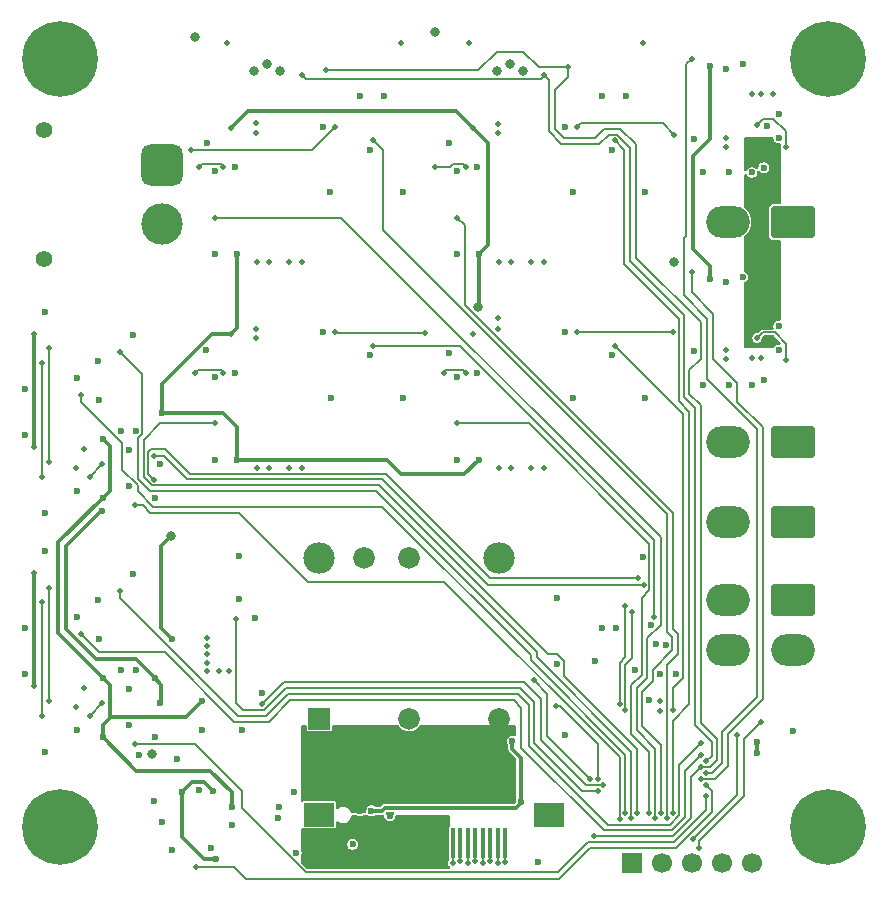
<source format=gbr>
%TF.GenerationSoftware,KiCad,Pcbnew,9.0.6*%
%TF.CreationDate,2026-01-08T13:40:23-08:00*%
%TF.ProjectId,vrb,7672622e-6b69-4636-9164-5f7063625858,rev?*%
%TF.SameCoordinates,Original*%
%TF.FileFunction,Copper,L6,Bot*%
%TF.FilePolarity,Positive*%
%FSLAX46Y46*%
G04 Gerber Fmt 4.6, Leading zero omitted, Abs format (unit mm)*
G04 Created by KiCad (PCBNEW 9.0.6) date 2026-01-08 13:40:23*
%MOMM*%
%LPD*%
G01*
G04 APERTURE LIST*
G04 Aperture macros list*
%AMRoundRect*
0 Rectangle with rounded corners*
0 $1 Rounding radius*
0 $2 $3 $4 $5 $6 $7 $8 $9 X,Y pos of 4 corners*
0 Add a 4 corners polygon primitive as box body*
4,1,4,$2,$3,$4,$5,$6,$7,$8,$9,$2,$3,0*
0 Add four circle primitives for the rounded corners*
1,1,$1+$1,$2,$3*
1,1,$1+$1,$4,$5*
1,1,$1+$1,$6,$7*
1,1,$1+$1,$8,$9*
0 Add four rect primitives between the rounded corners*
20,1,$1+$1,$2,$3,$4,$5,0*
20,1,$1+$1,$4,$5,$6,$7,0*
20,1,$1+$1,$6,$7,$8,$9,0*
20,1,$1+$1,$8,$9,$2,$3,0*%
G04 Aperture macros list end*
%TA.AperFunction,SMDPad,CuDef*%
%ADD10R,0.350000X2.500000*%
%TD*%
%TA.AperFunction,SMDPad,CuDef*%
%ADD11R,2.500000X2.000000*%
%TD*%
%TA.AperFunction,ComponentPad*%
%ADD12C,2.655000*%
%TD*%
%TA.AperFunction,ComponentPad*%
%ADD13C,1.830000*%
%TD*%
%TA.AperFunction,ComponentPad*%
%ADD14R,1.830000X1.830000*%
%TD*%
%TA.AperFunction,ComponentPad*%
%ADD15O,3.700000X2.700000*%
%TD*%
%TA.AperFunction,ComponentPad*%
%ADD16RoundRect,0.250001X-1.599999X1.099999X-1.599999X-1.099999X1.599999X-1.099999X1.599999X1.099999X0*%
%TD*%
%TA.AperFunction,ComponentPad*%
%ADD17C,0.800000*%
%TD*%
%TA.AperFunction,ComponentPad*%
%ADD18C,6.400000*%
%TD*%
%TA.AperFunction,ComponentPad*%
%ADD19R,1.700000X1.700000*%
%TD*%
%TA.AperFunction,ComponentPad*%
%ADD20C,1.700000*%
%TD*%
%TA.AperFunction,ComponentPad*%
%ADD21C,1.400000*%
%TD*%
%TA.AperFunction,ComponentPad*%
%ADD22RoundRect,0.770000X0.980000X-0.980000X0.980000X0.980000X-0.980000X0.980000X-0.980000X-0.980000X0*%
%TD*%
%TA.AperFunction,ComponentPad*%
%ADD23C,3.500000*%
%TD*%
%TA.AperFunction,ViaPad*%
%ADD24C,0.600000*%
%TD*%
%TA.AperFunction,ViaPad*%
%ADD25C,0.500000*%
%TD*%
%TA.AperFunction,ViaPad*%
%ADD26C,0.800000*%
%TD*%
%TA.AperFunction,Conductor*%
%ADD27C,0.350000*%
%TD*%
%TA.AperFunction,Conductor*%
%ADD28C,0.150000*%
%TD*%
%TA.AperFunction,Conductor*%
%ADD29C,0.300000*%
%TD*%
%TA.AperFunction,Conductor*%
%ADD30C,0.200000*%
%TD*%
G04 APERTURE END LIST*
D10*
%TO.P,J12,1,Pin_1*%
%TO.N,GND*%
X103618610Y-126650000D03*
%TO.P,J12,2,Pin_2*%
X104253610Y-126650000D03*
%TO.P,J12,3,Pin_3*%
X104888610Y-126650000D03*
%TO.P,J12,4,Pin_4*%
X105523610Y-126650000D03*
%TO.P,J12,5,Pin_5*%
X106158610Y-126650000D03*
%TO.P,J12,6,Pin_6*%
X106793610Y-126650000D03*
%TO.P,J12,7,Pin_7*%
X107428610Y-126650000D03*
%TO.P,J12,8,Pin_8*%
X108063610Y-126650000D03*
%TO.P,J12,9,Pin_9*%
X108698610Y-126650000D03*
%TO.P,J12,10,Pin_10*%
X109333610Y-126650000D03*
%TO.P,J12,11,Pin_11*%
X109968610Y-126650000D03*
%TO.P,J12,12,Pin_12*%
X110603610Y-126650000D03*
%TO.P,J12,13,Pin_13*%
X111238610Y-126650000D03*
%TO.P,J12,14,Pin_14*%
X111873610Y-126650000D03*
%TO.P,J12,15,Pin_15*%
X112508610Y-126650000D03*
%TO.P,J12,16,Pin_16*%
X113143610Y-126650000D03*
%TO.P,J12,17,Pin_17*%
X113778610Y-126650000D03*
%TO.P,J12,18,Pin_18*%
X114413610Y-126650000D03*
%TO.P,J12,19,Pin_19*%
X115048610Y-126650000D03*
%TO.P,J12,20,Pin_20*%
X115683610Y-126650000D03*
%TO.P,J12,21,Pin_21*%
%TO.N,+BATT*%
X103618610Y-131350000D03*
%TO.P,J12,22,Pin_22*%
X104253610Y-131350000D03*
%TO.P,J12,23,Pin_23*%
X104888610Y-131350000D03*
%TO.P,J12,24,Pin_24*%
X105523610Y-131350000D03*
%TO.P,J12,25,Pin_25*%
X106158610Y-131350000D03*
%TO.P,J12,26,Pin_26*%
X106793610Y-131350000D03*
%TO.P,J12,27,Pin_27*%
X107428610Y-131350000D03*
%TO.P,J12,28,Pin_28*%
X108063610Y-131350000D03*
%TO.P,J12,29,Pin_29*%
X108698610Y-131350000D03*
%TO.P,J12,30,Pin_30*%
X109333610Y-131350000D03*
%TO.P,J12,31,Pin_31*%
X109968610Y-131350000D03*
%TO.P,J12,32,Pin_32*%
X110603610Y-131350000D03*
%TO.P,J12,33,Pin_33*%
%TO.N,/IESC1*%
X111238610Y-131350000D03*
%TO.P,J12,34,Pin_34*%
%TO.N,/IESC2*%
X111873610Y-131350000D03*
%TO.P,J12,35,Pin_35*%
%TO.N,/IESC3*%
X112508610Y-131350000D03*
%TO.P,J12,36,Pin_36*%
%TO.N,/IESC4*%
X113143610Y-131350000D03*
%TO.P,J12,37,Pin_37*%
%TO.N,/IPAYLOAD*%
X113778610Y-131350000D03*
%TO.P,J12,38,Pin_38*%
%TO.N,/RESV0*%
X114413610Y-131350000D03*
%TO.P,J12,39,Pin_39*%
%TO.N,/RESV1*%
X115048610Y-131350000D03*
%TO.P,J12,40,Pin_40*%
%TO.N,/RESV2*%
X115683610Y-131350000D03*
D11*
%TO.P,J12,P1*%
%TO.N,N/C*%
X99916130Y-129000000D03*
%TO.P,J12,P2*%
X119386090Y-129000000D03*
%TD*%
D12*
%TO.P,U12,8,VOUT+*%
%TO.N,/Compute Module Domain/ISENSE+*%
X99931474Y-107250000D03*
D13*
%TO.P,U12,7,SENSE*%
X103741474Y-107250000D03*
%TO.P,U12,6,TRIM*%
%TO.N,Net-(U12-TRIM)*%
X107551474Y-107250000D03*
D12*
%TO.P,U12,4,VOUT-*%
%TO.N,Net-(U12-VOUT-)*%
X115171474Y-107250000D03*
D13*
%TO.P,U12,3,VIN-*%
%TO.N,GND*%
X115171474Y-120850000D03*
%TO.P,U12,2,ON*%
%TO.N,/CM_EN*%
X107551474Y-120850000D03*
D14*
%TO.P,U12,1,VIN+*%
%TO.N,+BATT*%
X99931474Y-120850000D03*
%TD*%
D15*
%TO.P,J3,2,Pin_2*%
%TO.N,/Telemetry Radio/VOUT*%
X134500000Y-97450000D03*
D16*
%TO.P,J3,1,Pin_1*%
%TO.N,GND*%
X140000000Y-97450000D03*
%TD*%
%TO.P,J13,1,Pin_1*%
%TO.N,/RADAR_VOUT*%
X140000000Y-104200000D03*
D15*
%TO.P,J13,2,Pin_2*%
%TO.N,GND*%
X134500000Y-104200000D03*
%TD*%
D16*
%TO.P,J10,1,Pin_1*%
%TO.N,/CM_VOUT*%
X140000000Y-110819758D03*
D15*
%TO.P,J10,2,Pin_2*%
X140000000Y-115019758D03*
%TO.P,J10,3,Pin_3*%
%TO.N,GND*%
X134500000Y-110819758D03*
%TO.P,J10,4,Pin_4*%
X134500000Y-115019758D03*
%TD*%
%TO.P,J4,2,Pin_2*%
%TO.N,/RC Radio/VOUT*%
X134500000Y-78800000D03*
D16*
%TO.P,J4,1,Pin_1*%
%TO.N,GND*%
X140000000Y-78800000D03*
%TD*%
D17*
%TO.P,H3,1,1*%
%TO.N,GND*%
X140600000Y-130000000D03*
X141302944Y-128302944D03*
X141302944Y-131697056D03*
X143000000Y-127600000D03*
D18*
X143000000Y-130000000D03*
D17*
X143000000Y-132400000D03*
X144697056Y-128302944D03*
X144697056Y-131697056D03*
X145400000Y-130000000D03*
%TD*%
%TO.P,H1,1,1*%
%TO.N,GND*%
X75600000Y-65000000D03*
X76302944Y-63302944D03*
X76302944Y-66697056D03*
X78000000Y-62600000D03*
D18*
X78000000Y-65000000D03*
D17*
X78000000Y-67400000D03*
X79697056Y-63302944D03*
X79697056Y-66697056D03*
X80400000Y-65000000D03*
%TD*%
D19*
%TO.P,J8,1,Pin_1*%
%TO.N,+3V3*%
X126420000Y-133100000D03*
D20*
%TO.P,J8,2,Pin_2*%
%TO.N,/USART1_TX_DEBUG*%
X128960000Y-133100000D03*
%TO.P,J8,3,Pin_3*%
%TO.N,/SWDIO*%
X131500000Y-133100000D03*
%TO.P,J8,4,Pin_4*%
%TO.N,/SWCLK*%
X134040000Y-133100000D03*
%TO.P,J8,5,Pin_5*%
%TO.N,GND*%
X136580000Y-133100000D03*
%TD*%
D17*
%TO.P,H2,1,1*%
%TO.N,GND*%
X140600000Y-65000000D03*
X141302944Y-63302944D03*
X141302944Y-66697056D03*
X143000000Y-62600000D03*
D18*
X143000000Y-65000000D03*
D17*
X143000000Y-67400000D03*
X144697056Y-63302944D03*
X144697056Y-66697056D03*
X145400000Y-65000000D03*
%TD*%
D21*
%TO.P,J11,*%
%TO.N,*%
X76600000Y-81976750D03*
X76600000Y-70976750D03*
D22*
%TO.P,J11,1,Pin_1*%
%TO.N,+BATT*%
X86600000Y-73976750D03*
D23*
%TO.P,J11,2,Pin_2*%
%TO.N,GND*%
X86600000Y-78976750D03*
%TD*%
D17*
%TO.P,H4,1,1*%
%TO.N,GND*%
X75600000Y-130000000D03*
X76302944Y-128302944D03*
X76302944Y-131697056D03*
X78000000Y-127600000D03*
D18*
X78000000Y-130000000D03*
D17*
X78000000Y-132400000D03*
X79697056Y-128302944D03*
X79697056Y-131697056D03*
X80400000Y-130000000D03*
%TD*%
D24*
%TO.N,GND*%
X127301000Y-107200000D03*
X134600000Y-92625000D03*
X134400000Y-83850000D03*
X135800000Y-83450000D03*
X138825000Y-89670000D03*
X132450000Y-92625000D03*
X138825000Y-87645000D03*
X137549277Y-92209964D03*
X136550000Y-92625000D03*
X131650000Y-89750000D03*
%TO.N,+3V3*%
X133050000Y-83620000D03*
D25*
%TO.N,/RADIO_VOUT*%
X137300000Y-86000000D03*
X136600000Y-86000000D03*
X138350000Y-86000000D03*
D24*
X137850000Y-88700000D03*
D25*
%TO.N,/RADAR_VOUT*%
X136600000Y-90350000D03*
X137300000Y-90350000D03*
%TO.N,/Telemetry Radio/VOUT*%
X134400000Y-90400000D03*
X134400000Y-89650000D03*
%TO.N,/TELEM_STATUS*%
X131450000Y-83000000D03*
%TO.N,/Telemetry Radio/OV2*%
X136997118Y-88613234D03*
X139425000Y-90450000D03*
D24*
%TO.N,GND*%
X91125000Y-98950000D03*
X98000000Y-132200000D03*
D25*
X97375000Y-82200000D03*
D26*
X94400000Y-66000000D03*
D24*
X79380000Y-92006000D03*
D25*
X117875000Y-82200000D03*
D24*
X104225000Y-90100000D03*
X76686842Y-123686000D03*
X120755000Y-88150000D03*
D26*
X108400000Y-122600000D03*
X107000000Y-122600000D03*
D24*
X76686842Y-106650000D03*
D25*
X118975000Y-99600000D03*
D26*
X102200000Y-126200000D03*
D24*
X93400000Y-121850000D03*
X93100000Y-110750000D03*
X127850000Y-119300000D03*
X92770000Y-74150000D03*
X91125000Y-81550000D03*
D26*
X102200000Y-127200000D03*
D25*
X79986842Y-118236000D03*
D26*
X102800000Y-122600000D03*
D24*
X79380000Y-121850000D03*
X134400000Y-65837500D03*
D25*
X117875000Y-99600000D03*
D24*
X128450000Y-114500000D03*
X83780000Y-98106000D03*
X81180000Y-90556000D03*
X125050000Y-113200000D03*
X85950000Y-127850000D03*
D26*
X100800000Y-127200000D03*
D25*
X98475000Y-82200000D03*
D26*
X104200000Y-122600000D03*
D24*
X127550000Y-76300000D03*
D25*
X79337176Y-119900000D03*
D24*
X113270000Y-74150000D03*
D26*
X111200000Y-122600000D03*
D24*
X91125000Y-91900000D03*
X74986842Y-92942000D03*
X92770000Y-91550000D03*
X102750000Y-131500000D03*
X113270000Y-91550000D03*
X128777834Y-117075000D03*
X121400000Y-76300000D03*
X103400000Y-128650000D03*
D26*
X116100000Y-65400000D03*
D24*
X111625000Y-74500000D03*
X85980000Y-122400000D03*
X118462500Y-132950000D03*
D26*
X114000000Y-122600000D03*
D24*
X124725000Y-72700000D03*
X81180000Y-110800000D03*
X95076474Y-118650000D03*
D26*
X99400000Y-127200000D03*
D24*
X134600000Y-74612500D03*
X111625000Y-98950000D03*
X129250000Y-114600000D03*
X128000000Y-112900000D03*
D26*
X96600000Y-66000000D03*
D24*
X81280000Y-114100000D03*
X110900000Y-89875000D03*
X85980000Y-102156000D03*
X123300000Y-116000000D03*
X74986842Y-113186000D03*
X92500000Y-129900000D03*
X127550000Y-93700000D03*
X87500000Y-131950000D03*
X100800000Y-76300000D03*
X81280000Y-93856000D03*
X96400000Y-129300000D03*
D26*
X109800000Y-122600000D03*
D24*
X121400000Y-93700000D03*
X104225000Y-72700000D03*
X137549277Y-74197464D03*
D25*
X92125000Y-63650000D03*
X79986842Y-97992000D03*
D24*
X120755000Y-70750000D03*
X90000000Y-121800000D03*
D26*
X89400000Y-63100000D03*
D25*
X97375000Y-99600000D03*
D24*
X91125000Y-74500000D03*
X130100000Y-117100000D03*
X83180000Y-116750000D03*
X135800000Y-65437500D03*
D25*
X118975000Y-82200000D03*
D24*
X107000000Y-76300000D03*
X94500000Y-112350000D03*
D26*
X117200000Y-66000000D03*
D24*
X76686842Y-86406000D03*
X93100000Y-107100000D03*
D25*
X98475000Y-99600000D03*
D24*
X79380000Y-112250000D03*
X111625000Y-91900000D03*
X90400000Y-72100000D03*
X83780000Y-118350000D03*
X120082174Y-116198290D03*
X90775000Y-131800000D03*
X105900000Y-129100000D03*
X124725000Y-90100000D03*
X97750000Y-127050000D03*
D26*
X112600000Y-122600000D03*
D24*
X83780000Y-101156000D03*
D26*
X99400000Y-126200000D03*
D24*
X76686842Y-103442000D03*
X136550000Y-74612500D03*
X84380000Y-116750000D03*
X138825000Y-69632500D03*
D26*
X95500000Y-65400000D03*
D24*
X90377298Y-89677298D03*
X89785000Y-126900000D03*
D26*
X105600000Y-122600000D03*
D25*
X79337176Y-99656000D03*
D24*
X107050000Y-93700000D03*
X74986842Y-96842000D03*
X132450000Y-74612500D03*
D26*
X115000000Y-66000000D03*
X109700000Y-62700000D03*
D24*
X111625000Y-81550000D03*
X74986842Y-117086000D03*
X100255000Y-88150000D03*
X84160000Y-108598254D03*
X100900000Y-93700000D03*
X100255000Y-70750000D03*
X79380000Y-101606000D03*
X131650000Y-71737500D03*
X140000000Y-121900000D03*
X126650000Y-116700000D03*
X110900000Y-72100000D03*
X84160000Y-88354254D03*
D26*
X100800000Y-126200000D03*
D24*
X138825000Y-71657500D03*
X120100000Y-110600000D03*
D25*
X127325000Y-63650000D03*
X106825000Y-63650000D03*
X112625000Y-63650000D03*
D24*
X83180000Y-96506000D03*
X83780000Y-121400000D03*
X84380000Y-96506000D03*
%TO.N,VBUS1*%
X87500000Y-114150000D03*
D26*
X87400000Y-105400000D03*
D24*
X90900000Y-126950000D03*
D26*
X85800000Y-123825000D03*
D24*
X88300000Y-127050000D03*
X91150000Y-132700000D03*
D25*
%TO.N,+3V3*%
X112970000Y-88262500D03*
D24*
X117000000Y-127950000D03*
D25*
X128800000Y-120200000D03*
D24*
X113425000Y-98950000D03*
D25*
X92470000Y-70862500D03*
D26*
X113400000Y-86000000D03*
D24*
X137000000Y-122800000D03*
X92500000Y-128350000D03*
X81580000Y-102156000D03*
X86600000Y-95000000D03*
X133050000Y-65607500D03*
D25*
X128800000Y-119400000D03*
D24*
X113425000Y-81550000D03*
X120750000Y-122200000D03*
X137000000Y-123800000D03*
D26*
X130000000Y-82200000D03*
D24*
X81580000Y-97156000D03*
X116250000Y-122750000D03*
X92925000Y-81550000D03*
D25*
X112970000Y-70862500D03*
D24*
X104350000Y-128650000D03*
X123850000Y-113200000D03*
X92925000Y-98950000D03*
X96550000Y-128350000D03*
D25*
X92470000Y-88262500D03*
D24*
X90000000Y-119400000D03*
X81580000Y-117400000D03*
X81580000Y-122400000D03*
%TO.N,+5V*%
X86430000Y-119550000D03*
X85980000Y-117400000D03*
X81500000Y-103300000D03*
X84650000Y-123900000D03*
X86430000Y-99306000D03*
D25*
%TO.N,+BATT*%
X101600000Y-133200000D03*
X95675000Y-99600000D03*
X94675000Y-82200000D03*
X116175000Y-82200000D03*
X105600000Y-133200000D03*
D26*
X100400000Y-131000000D03*
D25*
X115175000Y-82200000D03*
D26*
X99200000Y-132200000D03*
D25*
X102600000Y-133200000D03*
X116175000Y-99600000D03*
X94675000Y-99600000D03*
X115175000Y-99600000D03*
X95675000Y-82200000D03*
D26*
X101600000Y-132200000D03*
D25*
X99200000Y-133200000D03*
D26*
X101600000Y-131000000D03*
D25*
X103600000Y-133200000D03*
X104600000Y-133200000D03*
D26*
X100400000Y-132200000D03*
D25*
X100400000Y-133200000D03*
D26*
X99200000Y-131000000D03*
D25*
%TO.N,/FMU1_VOUT*%
X94550000Y-70450000D03*
D24*
X105400000Y-68100000D03*
D25*
X94550000Y-71250000D03*
D24*
X103400000Y-68100000D03*
%TO.N,/FMU2_VOUT*%
X123900000Y-68100000D03*
D25*
X136600000Y-67987500D03*
X138350000Y-67987500D03*
D24*
X125900000Y-68100000D03*
D25*
X137300000Y-67987500D03*
X115050000Y-71300000D03*
D24*
X137850000Y-70687500D03*
D25*
X115050000Y-70500000D03*
%TO.N,/RADIO_VOUT*%
X115050000Y-87850000D03*
X115050000Y-86950000D03*
X136600000Y-72337500D03*
X138350000Y-72337500D03*
X137300000Y-72337500D03*
%TO.N,/RADAR_VOUT*%
X94550000Y-88650000D03*
X94550000Y-87900000D03*
%TO.N,/CM_VOUT*%
X90400000Y-115400000D03*
X90400000Y-114700000D03*
X90400000Y-116800000D03*
X91400000Y-116800000D03*
X90400000Y-114000000D03*
X92300000Y-116800000D03*
X90400000Y-116100000D03*
%TO.N,/CAN2_STATUS*%
X79780000Y-113700000D03*
X132250000Y-123950000D03*
%TO.N,/FMU1_STATUS*%
X128850000Y-128850000D03*
X104450000Y-71900000D03*
%TO.N,/FMU2_STATUS*%
X124950000Y-71900000D03*
X129850000Y-128850000D03*
%TO.N,/RADIO_STATUS*%
X129850000Y-120100000D03*
X124950000Y-89300000D03*
%TO.N,/RADAR_STATUS*%
X128282974Y-112205428D03*
X104450000Y-89300000D03*
%TO.N,/CAN1_STATUS*%
X79780000Y-93456000D03*
X125850000Y-128850000D03*
%TO.N,/CM_STATUS*%
X122850000Y-125975000D03*
X118100000Y-117600000D03*
%TO.N,/CANFD 2 (Redundant)/FDCAN_P*%
X77030000Y-109750000D03*
X77030000Y-119350000D03*
%TO.N,/CANFD 2 (Redundant)/FDCAN_N*%
X76480000Y-111000000D03*
X76480000Y-120600000D03*
X80536842Y-120600000D03*
X81572842Y-119562500D03*
D24*
%TO.N,VBUS2*%
X86650000Y-129570000D03*
X87850000Y-124300000D03*
D25*
%TO.N,/CANFD 1 (Primary)/FDCAN_P*%
X77030000Y-99106000D03*
X77030000Y-89506000D03*
%TO.N,/CANFD 1 (Primary)/FDCAN_N*%
X81572842Y-99318500D03*
X80536842Y-100356000D03*
X76480000Y-100356000D03*
X76480000Y-90756000D03*
%TO.N,/CAN2_SILENT*%
X132678030Y-127439176D03*
X84350000Y-122994000D03*
%TO.N,/CAN2_TERM*%
X132250000Y-122950000D03*
X83080000Y-110050000D03*
%TO.N,/FMU1_VSENSE*%
X89050000Y-72700000D03*
X101250000Y-70750000D03*
%TO.N,/FMU1_EN*%
X128350000Y-129300000D03*
X91125000Y-78450000D03*
%TO.N,/FMU2_VSENSE*%
X125850001Y-120134666D03*
X130000000Y-71400000D03*
X121750000Y-70750000D03*
X126400000Y-111800000D03*
%TO.N,/FMU2_EN*%
X111625000Y-78450000D03*
X129350001Y-129265334D03*
%TO.N,/RADIO_VSENSE*%
X125850000Y-111300000D03*
X121750000Y-88150000D03*
X125350000Y-119600000D03*
X129850000Y-88150000D03*
%TO.N,/RADIO_EN*%
X127850000Y-128850000D03*
X111625000Y-95850000D03*
%TO.N,/RADAR_VSENSE*%
X108850000Y-88200000D03*
X101250000Y-88150000D03*
%TO.N,/RADAR_EN*%
X91125000Y-95850000D03*
X126850000Y-128850000D03*
%TO.N,/CAN1_SILENT*%
X84350000Y-102750000D03*
X125350000Y-129350000D03*
%TO.N,/CM_VSENSE*%
X92850000Y-112450000D03*
X123534665Y-126950001D03*
%TO.N,/CAN1_TERM*%
X83080000Y-89806000D03*
X126350001Y-129265335D03*
%TO.N,/CM_EN*%
X119976474Y-119775000D03*
X123534666Y-125949999D03*
%TO.N,/CANFD 2 (Redundant)/VIN*%
X75786842Y-118100000D03*
X75786842Y-108500000D03*
%TO.N,/IESC1*%
X111244405Y-133057649D03*
%TO.N,/FMU1_ISENSE*%
X91820000Y-74150000D03*
X89750000Y-74150000D03*
%TO.N,/FMU2_ISENSE*%
X112320000Y-74150000D03*
X109700000Y-74150000D03*
%TO.N,/RADIO_ISENSE*%
X110450000Y-91550000D03*
X112320000Y-91550000D03*
%TO.N,/RADAR_ISENSE*%
X89400000Y-91550000D03*
X91820000Y-91550000D03*
%TO.N,/FDCAN1_RX*%
X85930000Y-98656000D03*
X127401000Y-109531310D03*
%TO.N,/FDCAN1_TX*%
X85930000Y-100606000D03*
X126900000Y-108950000D03*
%TO.N,/CM_ISENSE*%
X123950000Y-126450000D03*
X95100000Y-119600000D03*
%TO.N,/RC Radio/VOUT*%
X134396250Y-72446250D03*
X134400000Y-71650000D03*
%TO.N,/I2C3_SCL_SMBUS*%
X132250000Y-124950000D03*
X123200000Y-130800000D03*
X120975000Y-65700000D03*
X100475000Y-65950000D03*
%TO.N,/I2C3_SDA_SMBUS*%
X132665335Y-124449999D03*
X131575001Y-131021015D03*
X98450000Y-66350000D03*
X135300000Y-122200000D03*
X118975000Y-66400000D03*
%TO.N,/TELEM_STATUS*%
X132250000Y-125950000D03*
%TO.N,/RC_STATUS*%
X132665334Y-125450001D03*
X131450000Y-64987500D03*
%TO.N,/RC Radio/OV2*%
X136997118Y-70600734D03*
X139425000Y-72437500D03*
%TO.N,/USART1_TX_DEBUG*%
X132050000Y-131775000D03*
X137300000Y-121175000D03*
%TO.N,/CANFD 1 (Primary)/VIN*%
X75786842Y-88256000D03*
X75786842Y-97856000D03*
%TO.N,/RESV0*%
X114414737Y-132909692D03*
%TO.N,/IESC3*%
X112509435Y-133053295D03*
%TO.N,/RESV1*%
X115044730Y-133069728D03*
%TO.N,/IESC4*%
X113145343Y-132918671D03*
%TO.N,/IPAYLOAD*%
X113781031Y-133054330D03*
%TO.N,/RESV2*%
X115683610Y-132950000D03*
%TO.N,/IESC2*%
X111875000Y-132900000D03*
%TO.N,/REG_STATUS*%
X132665335Y-126449999D03*
X89500000Y-133400000D03*
%TD*%
D27*
%TO.N,+3V3*%
X133050000Y-83620000D02*
X133050000Y-82550000D01*
X133050000Y-82550000D02*
X131600000Y-81100000D01*
X131600000Y-81100000D02*
X131600000Y-73200000D01*
X131600000Y-73200000D02*
X133050000Y-71750000D01*
X133050000Y-71750000D02*
X133050000Y-65607500D01*
D28*
%TO.N,/TELEM_STATUS*%
X132250000Y-125950000D02*
X133425000Y-125950000D01*
X135300000Y-92400000D02*
X133300000Y-90400000D01*
X133300000Y-86600000D02*
X131450000Y-84750000D01*
X133425000Y-125950000D02*
X134500000Y-124875000D01*
X134500000Y-124875000D02*
X134500000Y-122150000D01*
X134500000Y-122150000D02*
X137475000Y-119175000D01*
X137475000Y-119175000D02*
X137475000Y-96200000D01*
X131450000Y-84750000D02*
X131450000Y-83000000D01*
X137475000Y-96200000D02*
X135300000Y-94025000D01*
X135300000Y-94025000D02*
X135300000Y-92400000D01*
X133300000Y-90400000D02*
X133300000Y-86600000D01*
%TO.N,/RC_STATUS*%
X132665334Y-125450001D02*
X133199999Y-125450001D01*
X133199999Y-125450001D02*
X134050000Y-124600000D01*
X134050000Y-124600000D02*
X134050000Y-121950000D01*
X134050000Y-121950000D02*
X136975000Y-119025000D01*
X132800000Y-87000000D02*
X130800000Y-85000000D01*
X136975000Y-119025000D02*
X136975000Y-96300000D01*
X136975000Y-96300000D02*
X132800000Y-92125000D01*
X132800000Y-92125000D02*
X132800000Y-87000000D01*
X130800000Y-85000000D02*
X130800000Y-80200000D01*
%TO.N,/I2C3_SCL_SMBUS*%
X120975000Y-65700000D02*
X120975000Y-66525000D01*
X120975000Y-66525000D02*
X119875000Y-67625000D01*
X126750000Y-81825000D02*
X132226000Y-87301000D01*
X132226000Y-87301000D02*
X132226000Y-90374000D01*
X119875000Y-67625000D02*
X119875000Y-70925000D01*
X119875000Y-70925000D02*
X120625000Y-71675000D01*
X120625000Y-71675000D02*
X123250000Y-71675000D01*
X123250000Y-71675000D02*
X124025000Y-70900000D01*
X124025000Y-70900000D02*
X125425000Y-70900000D01*
X131275000Y-91325000D02*
X131275000Y-92985412D01*
X125425000Y-70900000D02*
X126750000Y-72225000D01*
X126750000Y-72225000D02*
X126750000Y-81825000D01*
X132226000Y-90374000D02*
X131275000Y-91325000D01*
X131275000Y-92985412D02*
X131275000Y-93300000D01*
%TO.N,/RC_STATUS*%
X130800000Y-80200000D02*
X130968750Y-80031250D01*
X130968750Y-80031250D02*
X130968750Y-65468750D01*
X130968750Y-65468750D02*
X131450000Y-64987500D01*
D29*
%TO.N,VBUS1*%
X88300000Y-127050000D02*
X88300000Y-130850000D01*
X88300000Y-130850000D02*
X90150000Y-132700000D01*
D27*
X90900000Y-126950000D02*
X90174000Y-126224000D01*
X89126000Y-126224000D02*
X88300000Y-127050000D01*
X87400000Y-105400000D02*
X86550000Y-106250000D01*
X90174000Y-126224000D02*
X89126000Y-126224000D01*
D29*
X90150000Y-132700000D02*
X91150000Y-132700000D01*
D27*
X86550000Y-106250000D02*
X86550000Y-113200000D01*
X86550000Y-113200000D02*
X87500000Y-114150000D01*
%TO.N,+3V3*%
X86600000Y-95000000D02*
X86600000Y-92500000D01*
X114200000Y-80775000D02*
X113425000Y-81550000D01*
X105250000Y-128650000D02*
X105476000Y-128424000D01*
X116250000Y-123400000D02*
X117000000Y-124150000D01*
X105476000Y-128424000D02*
X116576000Y-128424000D01*
X92925000Y-98950000D02*
X92925000Y-96175000D01*
X113425000Y-81550000D02*
X113425000Y-85975000D01*
X117000000Y-124150000D02*
X117000000Y-127950000D01*
X112225000Y-100150000D02*
X106850000Y-100150000D01*
X81580000Y-117380000D02*
X77800000Y-113600000D01*
X81580000Y-117400000D02*
X81580000Y-117380000D01*
X113425000Y-85975000D02*
X113400000Y-86000000D01*
X81580000Y-117400000D02*
X82198842Y-118018842D01*
X111507500Y-69400000D02*
X112970000Y-70862500D01*
X92500000Y-127100000D02*
X90650000Y-125250000D01*
X82198842Y-118018842D02*
X82198842Y-120801158D01*
X92925000Y-87807500D02*
X92470000Y-88262500D01*
X77800000Y-113600000D02*
X77800000Y-105936000D01*
X84430000Y-125250000D02*
X81580000Y-122400000D01*
X112970000Y-70862500D02*
X114200000Y-72092500D01*
X116250000Y-122750000D02*
X116250000Y-123400000D01*
X92925000Y-81550000D02*
X92925000Y-87807500D01*
X82276000Y-120724000D02*
X88676000Y-120724000D01*
X77800000Y-105936000D02*
X81580000Y-102156000D01*
X104350000Y-128650000D02*
X105250000Y-128650000D01*
X92925000Y-96175000D02*
X91750000Y-95000000D01*
X88676000Y-120724000D02*
X90000000Y-119400000D01*
X117000000Y-128000000D02*
X117000000Y-127950000D01*
X106850000Y-100150000D02*
X105650000Y-98950000D01*
X114200000Y-72092500D02*
X114200000Y-80775000D01*
X81580000Y-121420000D02*
X81580000Y-122400000D01*
X82198842Y-120801158D02*
X82276000Y-120724000D01*
X81580000Y-102156000D02*
X82198842Y-101537158D01*
X92500000Y-128350000D02*
X92500000Y-127100000D01*
X90650000Y-125250000D02*
X84430000Y-125250000D01*
X91750000Y-95000000D02*
X86600000Y-95000000D01*
X82198842Y-120801158D02*
X81580000Y-121420000D01*
X92470000Y-88262500D02*
X90837500Y-88262500D01*
X93932500Y-69400000D02*
X111507500Y-69400000D01*
X113425000Y-98950000D02*
X112225000Y-100150000D01*
X92470000Y-70862500D02*
X93932500Y-69400000D01*
X137000000Y-122800000D02*
X137000000Y-123800000D01*
X82198842Y-101537158D02*
X82198842Y-97774842D01*
X86600000Y-92500000D02*
X90837500Y-88262500D01*
X105650000Y-98950000D02*
X92925000Y-98950000D01*
X116576000Y-128424000D02*
X117000000Y-128000000D01*
X82198842Y-97774842D02*
X81580000Y-97156000D01*
%TO.N,+5V*%
X81450000Y-103300000D02*
X81500000Y-103300000D01*
X85980000Y-117380000D02*
X84400000Y-115800000D01*
X86430000Y-119550000D02*
X86556000Y-119424000D01*
X78500000Y-106250000D02*
X81450000Y-103300000D01*
X85980000Y-117400000D02*
X85980000Y-117380000D01*
X86556000Y-117976000D02*
X85980000Y-117400000D01*
X80994702Y-115800000D02*
X84400000Y-115800000D01*
X86556000Y-119424000D02*
X86556000Y-117976000D01*
X78500000Y-113305298D02*
X78500000Y-106250000D01*
X78500000Y-113305298D02*
X80994702Y-115800000D01*
D28*
%TO.N,/CAN2_STATUS*%
X79780000Y-113705000D02*
X79780000Y-113700000D01*
X117050000Y-119950000D02*
X116400000Y-119300000D01*
X95650000Y-121100000D02*
X92750000Y-121100000D01*
X116400000Y-119300000D02*
X97450000Y-119300000D01*
X130900000Y-125300000D02*
X130900000Y-129200000D01*
X124000000Y-130300000D02*
X117050000Y-123350000D01*
X97450000Y-119300000D02*
X95650000Y-121100000D01*
X129800000Y-130300000D02*
X124000000Y-130300000D01*
X132250000Y-123950000D02*
X130900000Y-125300000D01*
X117050000Y-123350000D02*
X117050000Y-119950000D01*
X86850000Y-115200000D02*
X81275000Y-115200000D01*
X92750000Y-121100000D02*
X86850000Y-115200000D01*
X130900000Y-129200000D02*
X129800000Y-130300000D01*
X81275000Y-115200000D02*
X79780000Y-113705000D01*
%TO.N,/FMU1_STATUS*%
X128850000Y-123050000D02*
X127274000Y-121474000D01*
X129350000Y-113499264D02*
X129350000Y-103500000D01*
X104450000Y-71900000D02*
X105300000Y-72750000D01*
X129826000Y-115074000D02*
X129826000Y-113975264D01*
X128850000Y-128850000D02*
X128850000Y-123050000D01*
X127274000Y-118576000D02*
X128202834Y-117647166D01*
X105300000Y-79450000D02*
X105300000Y-72750000D01*
X127274000Y-121474000D02*
X127274000Y-118576000D01*
X128202834Y-117647166D02*
X128202834Y-116697166D01*
X129350000Y-103500000D02*
X105300000Y-79450000D01*
X129826000Y-113975264D02*
X129350000Y-113499264D01*
X128202834Y-116697166D02*
X129826000Y-115074000D01*
%TO.N,/FMU2_STATUS*%
X130375000Y-93975000D02*
X131250000Y-94850000D01*
X131250000Y-119625000D02*
X129850000Y-121025000D01*
X131250000Y-94850000D02*
X131250000Y-119625000D01*
X125725000Y-72675000D02*
X125725000Y-82358940D01*
X129850000Y-121025000D02*
X129850000Y-128850000D01*
X130375000Y-87008940D02*
X130375000Y-93975000D01*
X125725000Y-82358940D02*
X130375000Y-87008940D01*
X124950000Y-71900000D02*
X125725000Y-72675000D01*
%TO.N,/RADIO_STATUS*%
X129850000Y-120100000D02*
X129850000Y-118300000D01*
X130725000Y-117425000D02*
X130725000Y-95035412D01*
X130725000Y-95035412D02*
X124989588Y-89300000D01*
X124989588Y-89300000D02*
X124950000Y-89300000D01*
X129850000Y-118300000D02*
X130725000Y-117425000D01*
%TO.N,/RADAR_STATUS*%
X104450000Y-89300000D02*
X111834588Y-89300000D01*
X128275000Y-105740412D02*
X128275000Y-112360412D01*
X111834588Y-89300000D02*
X128275000Y-105740412D01*
%TO.N,/CAN1_STATUS*%
X83200000Y-99761412D02*
X84550000Y-101111412D01*
X83200000Y-97500000D02*
X83200000Y-99761412D01*
X117850000Y-115500000D02*
X117850000Y-115900000D01*
X84550000Y-101111412D02*
X84550000Y-101600000D01*
X79780000Y-94080000D02*
X83200000Y-97500000D01*
X85850000Y-102900000D02*
X105250000Y-102900000D01*
X79780000Y-93456000D02*
X79780000Y-94080000D01*
X117850000Y-115900000D02*
X125850000Y-123900000D01*
X125850000Y-123900000D02*
X125850000Y-128850000D01*
X105250000Y-102900000D02*
X117850000Y-115500000D01*
X84550000Y-101600000D02*
X85850000Y-102900000D01*
%TO.N,/CM_STATUS*%
X119225000Y-122325000D02*
X119225000Y-118725000D01*
X122850000Y-125950000D02*
X119225000Y-122325000D01*
X119225000Y-118725000D02*
X118100000Y-117600000D01*
X122850000Y-125975000D02*
X122850000Y-125950000D01*
D30*
%TO.N,/CANFD 2 (Redundant)/FDCAN_P*%
X77030000Y-119350000D02*
X77030000Y-109750000D01*
%TO.N,/CANFD 2 (Redundant)/FDCAN_N*%
X76480000Y-111000000D02*
X76480000Y-120600000D01*
X80536842Y-120598500D02*
X80536842Y-120600000D01*
X81572842Y-119562500D02*
X80536842Y-120598500D01*
%TO.N,/CANFD 1 (Primary)/FDCAN_P*%
X77030000Y-99106000D02*
X77030000Y-89506000D01*
%TO.N,/CANFD 1 (Primary)/FDCAN_N*%
X76480000Y-90756000D02*
X76480000Y-100356000D01*
X80536842Y-100354500D02*
X80536842Y-100356000D01*
X81572842Y-99318500D02*
X80536842Y-100354500D01*
D28*
%TO.N,/CAN2_SILENT*%
X120150000Y-133800000D02*
X122650000Y-131300000D01*
X84350000Y-122994000D02*
X89394000Y-122994000D01*
X129950000Y-131300000D02*
X132678030Y-128571970D01*
X93400000Y-127000000D02*
X93400000Y-128435412D01*
X93400000Y-128435412D02*
X98764588Y-133800000D01*
X98764588Y-133800000D02*
X120150000Y-133800000D01*
X122650000Y-131300000D02*
X129950000Y-131300000D01*
X132678030Y-128571970D02*
X132678030Y-127439176D01*
X89394000Y-122994000D02*
X93400000Y-127000000D01*
%TO.N,/CAN2_TERM*%
X117650000Y-119700000D02*
X117650000Y-123150000D01*
X117650000Y-123150000D02*
X124350000Y-129850000D01*
X83080000Y-110050000D02*
X83080000Y-110630000D01*
X83080000Y-110630000D02*
X93050000Y-120600000D01*
X130400000Y-124800000D02*
X132250000Y-122950000D01*
X124350000Y-129850000D02*
X129600000Y-129850000D01*
X130400000Y-129050000D02*
X130400000Y-124800000D01*
X129600000Y-129850000D02*
X130400000Y-129050000D01*
X97250000Y-118800000D02*
X116750000Y-118800000D01*
X116750000Y-118800000D02*
X117650000Y-119700000D01*
X93050000Y-120600000D02*
X95450000Y-120600000D01*
X95450000Y-120600000D02*
X97250000Y-118800000D01*
%TO.N,/FMU1_VSENSE*%
X89050000Y-72700000D02*
X99300000Y-72700000D01*
X99300000Y-72700000D02*
X101250000Y-70750000D01*
%TO.N,/FMU1_EN*%
X128825000Y-105475000D02*
X101800000Y-78450000D01*
X128825000Y-112889588D02*
X128825000Y-105475000D01*
X126800000Y-121850000D02*
X126800000Y-118300000D01*
X101800000Y-78450000D02*
X91125000Y-78450000D01*
X128350000Y-129300000D02*
X128350000Y-123400000D01*
X128350000Y-123400000D02*
X126800000Y-121850000D01*
X127700000Y-114014588D02*
X128825000Y-112889588D01*
X126800000Y-118300000D02*
X127700000Y-117400000D01*
X127700000Y-117400000D02*
X127700000Y-114014588D01*
%TO.N,/FMU2_VSENSE*%
X125850001Y-116299999D02*
X125850001Y-120134666D01*
X122100000Y-70400000D02*
X121750000Y-70750000D01*
X126400000Y-111800000D02*
X126400000Y-115750000D01*
X129000000Y-70400000D02*
X122100000Y-70400000D01*
X126400000Y-115750000D02*
X125850001Y-116299999D01*
X130000000Y-71400000D02*
X129000000Y-70400000D01*
%TO.N,/FMU2_EN*%
X129353834Y-116836412D02*
X129350001Y-116832579D01*
X129900000Y-103475000D02*
X112275000Y-85850000D01*
X129350001Y-116832579D02*
X129350001Y-116274999D01*
X129350001Y-117317421D02*
X129353834Y-117313588D01*
X130275000Y-113650000D02*
X129900000Y-113275000D01*
X112275000Y-79100000D02*
X111625000Y-78450000D01*
X129353834Y-117313588D02*
X129353834Y-116836412D01*
X129900000Y-113275000D02*
X129900000Y-103475000D01*
X129350001Y-116274999D02*
X130275000Y-115350000D01*
X130275000Y-115350000D02*
X130275000Y-113650000D01*
X129350001Y-129265334D02*
X129350001Y-117317421D01*
X112275000Y-85850000D02*
X112275000Y-79100000D01*
%TO.N,/RADIO_VSENSE*%
X125350000Y-119600000D02*
X125350000Y-116100000D01*
X125350000Y-116100000D02*
X125824000Y-115626000D01*
X125824000Y-111326000D02*
X125850000Y-111300000D01*
X129850000Y-88150000D02*
X121750000Y-88150000D01*
X125824000Y-115626000D02*
X125824000Y-111326000D01*
%TO.N,/RADIO_EN*%
X127226000Y-117124000D02*
X127226000Y-110611500D01*
X127876000Y-106026000D02*
X117700000Y-95850000D01*
X127226000Y-110611500D02*
X127876000Y-109961500D01*
X126350000Y-122150000D02*
X126350000Y-118000000D01*
X127850000Y-123650000D02*
X126350000Y-122150000D01*
X117700000Y-95850000D02*
X111625000Y-95850000D01*
X126350000Y-118000000D02*
X127226000Y-117124000D01*
X127876000Y-109961500D02*
X127876000Y-106026000D01*
X127850000Y-128850000D02*
X127850000Y-123650000D01*
%TO.N,/RADAR_VSENSE*%
X101300000Y-88200000D02*
X101250000Y-88150000D01*
X108850000Y-88200000D02*
X101300000Y-88200000D01*
%TO.N,/RADAR_EN*%
X120098472Y-115400000D02*
X119300000Y-115400000D01*
X85050000Y-100399166D02*
X85050000Y-97250000D01*
X120658174Y-115959702D02*
X120098472Y-115400000D01*
X104982000Y-101082000D02*
X85732834Y-101082000D01*
X126850000Y-123425000D02*
X120658174Y-117233174D01*
X86450000Y-95850000D02*
X91125000Y-95850000D01*
X120658174Y-117233174D02*
X120658174Y-115959702D01*
X85732834Y-101082000D02*
X85050000Y-100399166D01*
X119300000Y-115400000D02*
X104982000Y-101082000D01*
X85050000Y-97250000D02*
X86450000Y-95850000D01*
X126850000Y-128850000D02*
X126850000Y-123425000D01*
%TO.N,/CAN1_SILENT*%
X98950000Y-109250000D02*
X93100000Y-103400000D01*
X85625000Y-103400000D02*
X84975000Y-102750000D01*
X84975000Y-102750000D02*
X84350000Y-102750000D01*
X110481587Y-109250000D02*
X98950000Y-109250000D01*
X125350000Y-129350000D02*
X125350000Y-124118413D01*
X125350000Y-124118413D02*
X110481587Y-109250000D01*
X93100000Y-103400000D02*
X85625000Y-103400000D01*
%TO.N,/CM_VSENSE*%
X123534665Y-126950001D02*
X122200001Y-126950001D01*
X118150000Y-119450000D02*
X116950000Y-118250000D01*
X93500000Y-120150000D02*
X92850000Y-119500000D01*
X95250000Y-120150000D02*
X93500000Y-120150000D01*
X116950000Y-118250000D02*
X97150000Y-118250000D01*
X118150000Y-122900000D02*
X118150000Y-119450000D01*
X92850000Y-119500000D02*
X92850000Y-112450000D01*
X122200001Y-126950001D02*
X118150000Y-122900000D01*
X97150000Y-118250000D02*
X95250000Y-120150000D01*
%TO.N,/CAN1_TERM*%
X118325000Y-115175000D02*
X104730000Y-101580000D01*
X84600000Y-97100588D02*
X84956000Y-96744588D01*
X84956000Y-96744588D02*
X84956000Y-91682000D01*
X84956000Y-91682000D02*
X83080000Y-89806000D01*
X84600000Y-100550000D02*
X84600000Y-97100588D01*
X126350001Y-129265335D02*
X126350001Y-123650001D01*
X104730000Y-101580000D02*
X85630000Y-101580000D01*
X85630000Y-101580000D02*
X84600000Y-100550000D01*
X118325000Y-115625000D02*
X118325000Y-115175000D01*
X126350001Y-123650001D02*
X118325000Y-115625000D01*
%TO.N,/CM_EN*%
X120325737Y-119775000D02*
X119976474Y-119775000D01*
X123534666Y-122983929D02*
X120325737Y-119775000D01*
X123534666Y-125949999D02*
X123534666Y-122983929D01*
D27*
%TO.N,/CANFD 2 (Redundant)/VIN*%
X75786842Y-108500000D02*
X75786842Y-118100000D01*
D28*
%TO.N,/IESC1*%
X111238610Y-131350000D02*
X111238610Y-133051854D01*
X111238610Y-133051854D02*
X111244405Y-133057649D01*
D30*
%TO.N,/FMU1_ISENSE*%
X90001000Y-73899000D02*
X89750000Y-74150000D01*
X91569000Y-73899000D02*
X90001000Y-73899000D01*
X91820000Y-74150000D02*
X91569000Y-73899000D01*
D28*
%TO.N,/FMU2_ISENSE*%
X109700000Y-74150000D02*
X111000000Y-74150000D01*
X111226000Y-73924000D02*
X112094000Y-73924000D01*
X111000000Y-74150000D02*
X111226000Y-73924000D01*
X112094000Y-73924000D02*
X112320000Y-74150000D01*
%TO.N,/RADIO_ISENSE*%
X110701000Y-91299000D02*
X110450000Y-91550000D01*
X112320000Y-91550000D02*
X112069000Y-91299000D01*
X112069000Y-91299000D02*
X110701000Y-91299000D01*
%TO.N,/RADAR_ISENSE*%
X89400000Y-91550000D02*
X89626000Y-91324000D01*
X89626000Y-91324000D02*
X91594000Y-91324000D01*
X91594000Y-91324000D02*
X91820000Y-91550000D01*
%TO.N,/FDCAN1_RX*%
X86806000Y-98656000D02*
X85930000Y-98656000D01*
X127401000Y-109531310D02*
X114181310Y-109531310D01*
X114181310Y-109531310D02*
X105250000Y-100600000D01*
X105250000Y-100600000D02*
X88750000Y-100600000D01*
X88750000Y-100600000D02*
X86806000Y-98656000D01*
%TO.N,/FDCAN1_TX*%
X85700000Y-98050000D02*
X85454000Y-98296000D01*
X105550000Y-100150000D02*
X89000000Y-100150000D01*
X89000000Y-100150000D02*
X86900000Y-98050000D01*
X126900000Y-108950000D02*
X114350000Y-108950000D01*
X85454000Y-100130000D02*
X85930000Y-100606000D01*
X114350000Y-108950000D02*
X105550000Y-100150000D01*
X85454000Y-98296000D02*
X85454000Y-100130000D01*
X86900000Y-98050000D02*
X85700000Y-98050000D01*
%TO.N,/CM_ISENSE*%
X96950000Y-117750000D02*
X117250000Y-117750000D01*
X122500000Y-126450000D02*
X123950000Y-126450000D01*
X95100000Y-119600000D02*
X96950000Y-117750000D01*
X118700000Y-122650000D02*
X122500000Y-126450000D01*
X118700000Y-119200000D02*
X118700000Y-122650000D01*
X117250000Y-117750000D02*
X118700000Y-119200000D01*
%TO.N,/I2C3_SCL_SMBUS*%
X131275000Y-92985412D02*
X131275000Y-93350000D01*
X133600000Y-122575000D02*
X133600000Y-124350000D01*
X131400000Y-125800000D02*
X131400000Y-129250000D01*
X117200000Y-64400000D02*
X114950000Y-64400000D01*
X129850000Y-130800000D02*
X131400000Y-129250000D01*
X132250000Y-94325000D02*
X132250000Y-121225000D01*
X118500000Y-65700000D02*
X117200000Y-64400000D01*
X114950000Y-64400000D02*
X113400000Y-65950000D01*
X120975000Y-65700000D02*
X118500000Y-65700000D01*
X113400000Y-65950000D02*
X100475000Y-65950000D01*
X133600000Y-124350000D02*
X133000000Y-124950000D01*
X131275000Y-93350000D02*
X132250000Y-94325000D01*
X132250000Y-121225000D02*
X133600000Y-122575000D01*
X132250000Y-124950000D02*
X131400000Y-125800000D01*
X129850000Y-130800000D02*
X123200000Y-130800000D01*
X133000000Y-124950000D02*
X132250000Y-124950000D01*
%TO.N,/I2C3_SDA_SMBUS*%
X118699000Y-66676000D02*
X118975000Y-66400000D01*
X131575001Y-131021015D02*
X135300000Y-127296016D01*
X132665335Y-124449999D02*
X133141335Y-123973999D01*
X123650000Y-72200000D02*
X120425000Y-72200000D01*
X126225000Y-82125000D02*
X126225000Y-72501834D01*
X125147166Y-71424000D02*
X124426000Y-71424000D01*
X130775000Y-93625000D02*
X130775000Y-86675000D01*
X131725000Y-94575000D02*
X130775000Y-93625000D01*
X130775000Y-86675000D02*
X126225000Y-82125000D01*
X120425000Y-72200000D02*
X119350000Y-71125000D01*
X98776000Y-66676000D02*
X118699000Y-66676000D01*
X124426000Y-71424000D02*
X123650000Y-72200000D01*
X131725000Y-121400000D02*
X131725000Y-94575000D01*
X119350000Y-66775000D02*
X118975000Y-66400000D01*
X133141335Y-122816335D02*
X131725000Y-121400000D01*
X126225000Y-72501834D02*
X125147166Y-71424000D01*
X119350000Y-67900000D02*
X119350000Y-66775000D01*
X98450000Y-66350000D02*
X98776000Y-66676000D01*
X119350000Y-71125000D02*
X119350000Y-67900000D01*
X135300000Y-127296016D02*
X135300000Y-122200000D01*
X133141335Y-123973999D02*
X133141335Y-122816335D01*
D30*
%TO.N,/RC Radio/OV2*%
X139425000Y-71125000D02*
X139425000Y-72437500D01*
X136997118Y-70600734D02*
X137511352Y-70086500D01*
X137511352Y-70086500D02*
X138386500Y-70086500D01*
X138386500Y-70086500D02*
X139425000Y-71125000D01*
D28*
%TO.N,/USART1_TX_DEBUG*%
X132050000Y-131775000D02*
X132050000Y-131200000D01*
X135850000Y-122612500D02*
X137287500Y-121175000D01*
X137287500Y-121175000D02*
X137300000Y-121175000D01*
X132050000Y-131200000D02*
X135850000Y-127400000D01*
X135850000Y-127400000D02*
X135850000Y-122612500D01*
D27*
%TO.N,/CANFD 1 (Primary)/VIN*%
X75786842Y-88256000D02*
X75786842Y-97856000D01*
D28*
%TO.N,/RESV0*%
X114413610Y-131350000D02*
X114413610Y-132908565D01*
X114413610Y-132908565D02*
X114414737Y-132909692D01*
%TO.N,/IESC3*%
X112508610Y-131350000D02*
X112508610Y-133052470D01*
X112508610Y-133052470D02*
X112509435Y-133053295D01*
%TO.N,/RESV1*%
X115048610Y-131350000D02*
X115048610Y-133065848D01*
X115048610Y-133065848D02*
X115044730Y-133069728D01*
%TO.N,/IESC4*%
X113143610Y-132916938D02*
X113145343Y-132918671D01*
X113143610Y-131350000D02*
X113143610Y-132916938D01*
%TO.N,/IPAYLOAD*%
X113778610Y-133051909D02*
X113781031Y-133054330D01*
X113778610Y-131350000D02*
X113778610Y-133051909D01*
%TO.N,/RESV2*%
X115683610Y-132933610D02*
X115700000Y-132950000D01*
X115683610Y-131350000D02*
X115683610Y-132933610D01*
%TO.N,/IESC2*%
X111873610Y-131350000D02*
X111873610Y-132898610D01*
X111873610Y-132898610D02*
X111875000Y-132900000D01*
%TO.N,/REG_STATUS*%
X133154030Y-128770234D02*
X133154030Y-126938694D01*
X133154030Y-126938694D02*
X132665335Y-126449999D01*
X120250000Y-134400000D02*
X122850000Y-131800000D01*
X130124264Y-131800000D02*
X133154030Y-128770234D01*
X93700000Y-134400000D02*
X120250000Y-134400000D01*
X92700000Y-133400000D02*
X93700000Y-134400000D01*
X89500000Y-133400000D02*
X92700000Y-133400000D01*
X122850000Y-131800000D02*
X130124264Y-131800000D01*
%TO.N,/Telemetry Radio/OV2*%
X139425000Y-89106383D02*
X138474000Y-88155383D01*
X139425000Y-90481383D02*
X139425000Y-89106383D01*
X138474000Y-88155383D02*
X137486352Y-88155383D01*
X137486352Y-88155383D02*
X136997118Y-88644617D01*
%TD*%
%TA.AperFunction,Conductor*%
%TO.N,+BATT*%
G36*
X103133993Y-129016612D02*
G01*
X103226114Y-129069799D01*
X103340691Y-129100500D01*
X103340694Y-129100500D01*
X103459306Y-129100500D01*
X103459309Y-129100500D01*
X103573886Y-129069799D01*
X103666006Y-129016612D01*
X103728006Y-129000000D01*
X104021994Y-129000000D01*
X104083993Y-129016612D01*
X104176114Y-129069799D01*
X104290691Y-129100500D01*
X104290694Y-129100500D01*
X104409306Y-129100500D01*
X104409309Y-129100500D01*
X104523886Y-129069799D01*
X104616006Y-129016612D01*
X104678006Y-129000000D01*
X105325500Y-129000000D01*
X105392539Y-129019685D01*
X105438294Y-129072489D01*
X105449500Y-129124000D01*
X105449500Y-129159309D01*
X105480201Y-129273886D01*
X105539511Y-129376613D01*
X105623387Y-129460489D01*
X105726114Y-129519799D01*
X105840691Y-129550500D01*
X105840694Y-129550500D01*
X105959306Y-129550500D01*
X105959309Y-129550500D01*
X106073886Y-129519799D01*
X106176613Y-129460489D01*
X106260489Y-129376613D01*
X106319799Y-129273886D01*
X106350500Y-129159309D01*
X106350500Y-129124000D01*
X106370185Y-129056961D01*
X106422989Y-129011206D01*
X106474500Y-129000000D01*
X110876000Y-129000000D01*
X110943039Y-129019685D01*
X110988794Y-129072489D01*
X111000000Y-129124000D01*
X111000000Y-129895240D01*
X110980315Y-129962279D01*
X110963681Y-129982921D01*
X110955105Y-129991496D01*
X110921844Y-130041275D01*
X110921841Y-130041282D01*
X110913110Y-130085177D01*
X110913110Y-130085180D01*
X110913110Y-132614820D01*
X110913110Y-132614822D01*
X110913109Y-132614822D01*
X110921841Y-132658717D01*
X110921842Y-132658720D01*
X110921842Y-132658721D01*
X110921843Y-132658722D01*
X110928097Y-132668082D01*
X110948974Y-132734758D01*
X110930489Y-132802138D01*
X110924213Y-132811235D01*
X110871199Y-132903059D01*
X110871198Y-132903062D01*
X110843905Y-133004922D01*
X110843905Y-133110376D01*
X110855280Y-133152826D01*
X110871198Y-133212235D01*
X110871199Y-133212238D01*
X110923926Y-133303563D01*
X110963681Y-133343318D01*
X110978384Y-133370245D01*
X110994977Y-133396064D01*
X110995868Y-133402264D01*
X110997166Y-133404641D01*
X111000000Y-133430999D01*
X111000000Y-133450500D01*
X110980315Y-133517539D01*
X110927511Y-133563294D01*
X110876000Y-133574500D01*
X98909355Y-133574500D01*
X98842316Y-133554815D01*
X98821674Y-133538181D01*
X98436319Y-133152826D01*
X98402834Y-133091503D01*
X98400000Y-133065145D01*
X98400000Y-132441403D01*
X98416613Y-132379403D01*
X98419799Y-132373886D01*
X98450500Y-132259309D01*
X98450500Y-132140691D01*
X98419799Y-132026114D01*
X98416610Y-132020591D01*
X98400000Y-131958595D01*
X98400000Y-131440691D01*
X102299500Y-131440691D01*
X102299500Y-131559309D01*
X102330201Y-131673886D01*
X102389511Y-131776613D01*
X102473387Y-131860489D01*
X102576114Y-131919799D01*
X102690691Y-131950500D01*
X102690694Y-131950500D01*
X102809306Y-131950500D01*
X102809309Y-131950500D01*
X102923886Y-131919799D01*
X103026613Y-131860489D01*
X103110489Y-131776613D01*
X103169799Y-131673886D01*
X103200500Y-131559309D01*
X103200500Y-131440691D01*
X103169799Y-131326114D01*
X103110489Y-131223387D01*
X103026613Y-131139511D01*
X102923886Y-131080201D01*
X102809309Y-131049500D01*
X102690691Y-131049500D01*
X102576114Y-131080201D01*
X102576112Y-131080201D01*
X102576112Y-131080202D01*
X102473387Y-131139511D01*
X102473384Y-131139513D01*
X102389513Y-131223384D01*
X102389511Y-131223387D01*
X102330201Y-131326114D01*
X102299500Y-131440691D01*
X98400000Y-131440691D01*
X98400000Y-130235168D01*
X98419685Y-130168129D01*
X98472489Y-130122374D01*
X98541647Y-130112430D01*
X98592887Y-130132065D01*
X98607408Y-130141767D01*
X98607411Y-130141767D01*
X98607412Y-130141768D01*
X98651307Y-130150500D01*
X98651310Y-130150500D01*
X101180952Y-130150500D01*
X101224847Y-130141768D01*
X101224847Y-130141767D01*
X101224852Y-130141767D01*
X101274634Y-130108504D01*
X101307897Y-130058722D01*
X101316630Y-130014820D01*
X101316630Y-129641372D01*
X101336315Y-129574333D01*
X101389119Y-129528578D01*
X101458277Y-129518634D01*
X101509521Y-129538270D01*
X101511871Y-129539840D01*
X101511873Y-129539842D01*
X101625704Y-129615901D01*
X101752186Y-129668292D01*
X101886453Y-129694999D01*
X101886457Y-129695000D01*
X101886458Y-129695000D01*
X102023363Y-129695000D01*
X102023364Y-129694999D01*
X102157634Y-129668292D01*
X102284116Y-129615901D01*
X102397947Y-129539842D01*
X102494752Y-129443037D01*
X102570811Y-129329206D01*
X102623202Y-129202724D01*
X102638861Y-129124000D01*
X102643673Y-129099809D01*
X102676057Y-129037898D01*
X102736773Y-129003324D01*
X102765290Y-129000000D01*
X103071994Y-129000000D01*
X103133993Y-129016612D01*
G37*
%TD.AperFunction*%
%TD*%
%TA.AperFunction,Conductor*%
%TO.N,/RADIO_VOUT*%
G36*
X138317539Y-71619685D02*
G01*
X138363294Y-71672489D01*
X138371245Y-71709037D01*
X138373439Y-71708749D01*
X138374499Y-71716805D01*
X138374500Y-71716808D01*
X138374500Y-71716809D01*
X138405201Y-71831386D01*
X138464511Y-71934113D01*
X138548387Y-72017989D01*
X138651114Y-72077299D01*
X138765691Y-72108000D01*
X138765694Y-72108000D01*
X138876000Y-72108000D01*
X138943039Y-72127685D01*
X138988794Y-72180489D01*
X139000000Y-72232000D01*
X139000000Y-77175500D01*
X138980315Y-77242539D01*
X138927511Y-77288294D01*
X138876000Y-77299500D01*
X138368477Y-77299500D01*
X138274701Y-77314352D01*
X138161656Y-77371951D01*
X138161652Y-77371954D01*
X138071954Y-77461652D01*
X138071951Y-77461656D01*
X138014352Y-77574701D01*
X137999500Y-77668476D01*
X137999500Y-79931523D01*
X138014352Y-80025298D01*
X138014353Y-80025301D01*
X138014354Y-80025303D01*
X138043927Y-80083343D01*
X138071951Y-80138343D01*
X138071954Y-80138347D01*
X138161652Y-80228045D01*
X138161656Y-80228048D01*
X138161658Y-80228050D01*
X138274697Y-80285646D01*
X138274699Y-80285646D01*
X138274701Y-80285647D01*
X138368477Y-80300500D01*
X138876000Y-80300500D01*
X138943039Y-80320185D01*
X138988794Y-80372989D01*
X139000000Y-80424500D01*
X139000000Y-87070500D01*
X138980315Y-87137539D01*
X138927511Y-87183294D01*
X138876000Y-87194500D01*
X138765691Y-87194500D01*
X138651114Y-87225201D01*
X138651112Y-87225201D01*
X138651112Y-87225202D01*
X138548387Y-87284511D01*
X138548384Y-87284513D01*
X138464513Y-87368384D01*
X138464511Y-87368387D01*
X138405201Y-87471114D01*
X138374500Y-87585691D01*
X138374500Y-87704309D01*
X138393117Y-87773791D01*
X138391455Y-87843639D01*
X138352293Y-87901502D01*
X138288064Y-87929006D01*
X138273343Y-87929883D01*
X137531206Y-87929883D01*
X137441497Y-87929883D01*
X137441495Y-87929883D01*
X137441493Y-87929884D01*
X137358618Y-87964210D01*
X137146325Y-88176503D01*
X137085002Y-88209988D01*
X137057972Y-88211123D01*
X137057972Y-88212734D01*
X136944391Y-88212734D01*
X136842531Y-88240027D01*
X136842528Y-88240028D01*
X136751203Y-88292755D01*
X136676639Y-88367319D01*
X136623912Y-88458644D01*
X136623911Y-88458647D01*
X136596618Y-88560507D01*
X136596618Y-88665961D01*
X136623911Y-88767821D01*
X136676638Y-88859147D01*
X136751205Y-88933714D01*
X136842531Y-88986441D01*
X136944391Y-89013734D01*
X136944393Y-89013734D01*
X137049843Y-89013734D01*
X137049845Y-89013734D01*
X137151705Y-88986441D01*
X137243031Y-88933714D01*
X137317598Y-88859147D01*
X137370325Y-88767821D01*
X137397618Y-88665961D01*
X137397618Y-88614384D01*
X137406262Y-88584944D01*
X137412786Y-88554957D01*
X137416540Y-88549941D01*
X137417303Y-88547345D01*
X137433932Y-88526708D01*
X137543440Y-88417200D01*
X137604762Y-88383717D01*
X137631120Y-88380883D01*
X138329233Y-88380883D01*
X138396272Y-88400568D01*
X138416914Y-88417202D01*
X138963681Y-88963969D01*
X138997166Y-89025292D01*
X139000000Y-89051650D01*
X139000000Y-89095500D01*
X138980315Y-89162539D01*
X138927511Y-89208294D01*
X138876000Y-89219500D01*
X138765691Y-89219500D01*
X138651114Y-89250201D01*
X138651112Y-89250201D01*
X138651112Y-89250202D01*
X138548387Y-89309511D01*
X138548384Y-89309513D01*
X138464513Y-89393384D01*
X138464511Y-89393387D01*
X138438753Y-89438001D01*
X138388185Y-89486216D01*
X138331366Y-89500000D01*
X136024000Y-89500000D01*
X135956961Y-89480315D01*
X135911206Y-89427511D01*
X135900000Y-89376000D01*
X135900000Y-83983258D01*
X135919685Y-83916219D01*
X135967420Y-83874856D01*
X135966847Y-83873863D01*
X135971999Y-83870888D01*
X135972489Y-83870464D01*
X135973486Y-83870029D01*
X135973882Y-83869799D01*
X135973886Y-83869799D01*
X136076613Y-83810489D01*
X136160489Y-83726613D01*
X136219799Y-83623886D01*
X136250500Y-83509309D01*
X136250500Y-83390691D01*
X136219799Y-83276114D01*
X136160489Y-83173387D01*
X136076613Y-83089511D01*
X135973886Y-83030201D01*
X135973885Y-83030200D01*
X135966847Y-83026137D01*
X135967891Y-83024327D01*
X135922145Y-82987464D01*
X135900079Y-82921170D01*
X135900000Y-82916742D01*
X135900000Y-80064012D01*
X135919685Y-79996973D01*
X135951114Y-79963694D01*
X135977510Y-79944517D01*
X136144517Y-79777510D01*
X136283343Y-79586433D01*
X136390568Y-79375992D01*
X136463553Y-79151368D01*
X136500500Y-78918097D01*
X136500500Y-78681902D01*
X136463553Y-78448631D01*
X136390566Y-78224003D01*
X136283342Y-78013566D01*
X136144517Y-77822490D01*
X135977510Y-77655483D01*
X135977509Y-77655482D01*
X135951113Y-77636304D01*
X135908448Y-77580973D01*
X135900000Y-77535987D01*
X135900000Y-74850441D01*
X135919685Y-74783402D01*
X135972489Y-74737647D01*
X136041647Y-74727703D01*
X136105203Y-74756728D01*
X136131386Y-74788439D01*
X136189511Y-74889113D01*
X136273387Y-74972989D01*
X136376114Y-75032299D01*
X136490691Y-75063000D01*
X136490694Y-75063000D01*
X136609306Y-75063000D01*
X136609309Y-75063000D01*
X136723886Y-75032299D01*
X136826613Y-74972989D01*
X136910489Y-74889113D01*
X136969799Y-74786386D01*
X137000500Y-74671809D01*
X137000500Y-74585151D01*
X137020185Y-74518112D01*
X137072989Y-74472357D01*
X137142147Y-74462413D01*
X137205703Y-74491438D01*
X137212181Y-74497470D01*
X137272664Y-74557953D01*
X137375391Y-74617263D01*
X137489968Y-74647964D01*
X137489971Y-74647964D01*
X137608583Y-74647964D01*
X137608586Y-74647964D01*
X137723163Y-74617263D01*
X137825890Y-74557953D01*
X137909766Y-74474077D01*
X137969076Y-74371350D01*
X137999777Y-74256773D01*
X137999777Y-74138155D01*
X137969076Y-74023578D01*
X137909766Y-73920851D01*
X137825890Y-73836975D01*
X137723163Y-73777665D01*
X137608586Y-73746964D01*
X137489968Y-73746964D01*
X137375391Y-73777665D01*
X137375389Y-73777665D01*
X137375389Y-73777666D01*
X137272664Y-73836975D01*
X137272661Y-73836977D01*
X137188790Y-73920848D01*
X137188788Y-73920851D01*
X137129478Y-74023578D01*
X137098777Y-74138155D01*
X137098777Y-74138157D01*
X137098777Y-74224813D01*
X137079092Y-74291852D01*
X137026288Y-74337607D01*
X136957130Y-74347551D01*
X136893574Y-74318526D01*
X136887096Y-74312494D01*
X136826615Y-74252013D01*
X136826613Y-74252011D01*
X136723886Y-74192701D01*
X136609309Y-74162000D01*
X136490691Y-74162000D01*
X136376114Y-74192701D01*
X136376112Y-74192701D01*
X136376112Y-74192702D01*
X136273387Y-74252011D01*
X136273384Y-74252013D01*
X136189513Y-74335884D01*
X136189507Y-74335893D01*
X136131386Y-74436559D01*
X136080819Y-74484774D01*
X136012212Y-74497996D01*
X135947347Y-74472028D01*
X135906819Y-74415113D01*
X135900000Y-74374558D01*
X135900000Y-71724000D01*
X135919685Y-71656961D01*
X135972489Y-71611206D01*
X136024000Y-71600000D01*
X138250500Y-71600000D01*
X138317539Y-71619685D01*
G37*
%TD.AperFunction*%
%TD*%
%TA.AperFunction,Conductor*%
%TO.N,GND*%
G36*
X106227927Y-128769185D02*
G01*
X106273682Y-128821989D01*
X106283626Y-128891147D01*
X106266766Y-128938043D01*
X106265242Y-128940543D01*
X106213540Y-128987539D01*
X106159364Y-129000000D01*
X105659690Y-129000000D01*
X105638444Y-128993761D01*
X105616356Y-128992182D01*
X105605572Y-128984109D01*
X105592651Y-128980315D01*
X105578151Y-128963581D01*
X105560423Y-128950310D01*
X105555715Y-128937689D01*
X105546896Y-128927511D01*
X105543744Y-128905593D01*
X105536006Y-128884846D01*
X105538868Y-128871685D01*
X105536952Y-128858353D01*
X105546151Y-128838209D01*
X105550858Y-128816573D01*
X105564126Y-128798847D01*
X105565977Y-128794797D01*
X105572009Y-128788319D01*
X105574509Y-128785819D01*
X105635832Y-128752334D01*
X105662190Y-128749500D01*
X106160888Y-128749500D01*
X106227927Y-128769185D01*
G37*
%TD.AperFunction*%
%TA.AperFunction,Conductor*%
G36*
X98809013Y-121419685D02*
G01*
X98854768Y-121472489D01*
X98865974Y-121524000D01*
X98865974Y-121779820D01*
X98865974Y-121779822D01*
X98865973Y-121779822D01*
X98874705Y-121823717D01*
X98874706Y-121823721D01*
X98874707Y-121823722D01*
X98907970Y-121873504D01*
X98957752Y-121906767D01*
X98957755Y-121906767D01*
X98957756Y-121906768D01*
X99001651Y-121915500D01*
X99001654Y-121915500D01*
X100861296Y-121915500D01*
X100905191Y-121906768D01*
X100905191Y-121906767D01*
X100905196Y-121906767D01*
X100954978Y-121873504D01*
X100988241Y-121823722D01*
X100996974Y-121779820D01*
X100996974Y-121524000D01*
X101016659Y-121456961D01*
X101069463Y-121411206D01*
X101120974Y-121400000D01*
X106571227Y-121400000D01*
X106638266Y-121419685D01*
X106674329Y-121455109D01*
X106723845Y-121529215D01*
X106723848Y-121529219D01*
X106872255Y-121677626D01*
X107046772Y-121794234D01*
X107117951Y-121823717D01*
X107240679Y-121874553D01*
X107240683Y-121874553D01*
X107240684Y-121874554D01*
X107446528Y-121915500D01*
X107446531Y-121915500D01*
X107656419Y-121915500D01*
X107794907Y-121887952D01*
X107862269Y-121874553D01*
X108056177Y-121794233D01*
X108230690Y-121677628D01*
X108379102Y-121529216D01*
X108404196Y-121491659D01*
X108428619Y-121455109D01*
X108482231Y-121410304D01*
X108531721Y-121400000D01*
X116476000Y-121400000D01*
X116543039Y-121419685D01*
X116588794Y-121472489D01*
X116600000Y-121524000D01*
X116600000Y-122217570D01*
X116580315Y-122284609D01*
X116527511Y-122330364D01*
X116458353Y-122340308D01*
X116428555Y-122332134D01*
X116423894Y-122330203D01*
X116406525Y-122325549D01*
X116309309Y-122299500D01*
X116190691Y-122299500D01*
X116076114Y-122330201D01*
X116076112Y-122330201D01*
X116076112Y-122330202D01*
X115973387Y-122389511D01*
X115973384Y-122389513D01*
X115889513Y-122473384D01*
X115889511Y-122473387D01*
X115830201Y-122576114D01*
X115799500Y-122690691D01*
X115799500Y-122809309D01*
X115830201Y-122923886D01*
X115889511Y-123026613D01*
X115889514Y-123026616D01*
X115894458Y-123033059D01*
X115893026Y-123034157D01*
X115921666Y-123086606D01*
X115924500Y-123112964D01*
X115924500Y-123442852D01*
X115946682Y-123525640D01*
X115955649Y-123541170D01*
X115989535Y-123599862D01*
X115989537Y-123599864D01*
X116563681Y-124174008D01*
X116597166Y-124235331D01*
X116600000Y-124261689D01*
X116600000Y-127708595D01*
X116597120Y-127735164D01*
X116593000Y-127753945D01*
X116580201Y-127776114D01*
X116549500Y-127890691D01*
X116549500Y-127952250D01*
X116546620Y-127965380D01*
X116536023Y-127984706D01*
X116529815Y-128005850D01*
X116513181Y-128026492D01*
X116513030Y-128026642D01*
X116513029Y-128026643D01*
X116513027Y-128026645D01*
X116513026Y-128026646D01*
X116477492Y-128062181D01*
X116416169Y-128095666D01*
X116389811Y-128098500D01*
X105433147Y-128098500D01*
X105350359Y-128120682D01*
X105276138Y-128163535D01*
X105276135Y-128163537D01*
X105151492Y-128288181D01*
X105090169Y-128321666D01*
X105063811Y-128324500D01*
X104712964Y-128324500D01*
X104645925Y-128304815D01*
X104633064Y-128294451D01*
X104633059Y-128294458D01*
X104626615Y-128289513D01*
X104626613Y-128289511D01*
X104523886Y-128230201D01*
X104409309Y-128199500D01*
X104290691Y-128199500D01*
X104176114Y-128230201D01*
X104176112Y-128230201D01*
X104176112Y-128230202D01*
X104073387Y-128289511D01*
X104073384Y-128289513D01*
X103989513Y-128373384D01*
X103989511Y-128373387D01*
X103930201Y-128476114D01*
X103899500Y-128590691D01*
X103899500Y-128590693D01*
X103899500Y-128717436D01*
X103896799Y-128717436D01*
X103888070Y-128773364D01*
X103841683Y-128825614D01*
X103775903Y-128844500D01*
X103728006Y-128844500D01*
X103687762Y-128849798D01*
X103687757Y-128849799D01*
X103687748Y-128849801D01*
X103625767Y-128866407D01*
X103588254Y-128881945D01*
X103588246Y-128881949D01*
X103527998Y-128916734D01*
X103498099Y-128929119D01*
X103498094Y-128929121D01*
X103454608Y-128940774D01*
X103422512Y-128945000D01*
X103377489Y-128945000D01*
X103345393Y-128940774D01*
X103301900Y-128929119D01*
X103271997Y-128916733D01*
X103248934Y-128903418D01*
X103211744Y-128881946D01*
X103174238Y-128866410D01*
X103115975Y-128850799D01*
X103112247Y-128849800D01*
X103112243Y-128849799D01*
X103112239Y-128849798D01*
X103112237Y-128849797D01*
X103112234Y-128849797D01*
X103071995Y-128844500D01*
X103071994Y-128844500D01*
X102765290Y-128844500D01*
X102765281Y-128844500D01*
X102747313Y-128845544D01*
X102747286Y-128845546D01*
X102741040Y-128846274D01*
X102672173Y-128834476D01*
X102620618Y-128787319D01*
X102612135Y-128770559D01*
X102570811Y-128670794D01*
X102494752Y-128556963D01*
X102494750Y-128556960D01*
X102397949Y-128460159D01*
X102326087Y-128412143D01*
X102284116Y-128384099D01*
X102157634Y-128331708D01*
X102157626Y-128331706D01*
X102023366Y-128305000D01*
X102023362Y-128305000D01*
X101886458Y-128305000D01*
X101886453Y-128305000D01*
X101752193Y-128331706D01*
X101752185Y-128331708D01*
X101625705Y-128384098D01*
X101509520Y-128461730D01*
X101442843Y-128482607D01*
X101375463Y-128464122D01*
X101328773Y-128412143D01*
X101316630Y-128358627D01*
X101316630Y-127985177D01*
X101307898Y-127941282D01*
X101307897Y-127941281D01*
X101307897Y-127941278D01*
X101274634Y-127891496D01*
X101274633Y-127891495D01*
X101224854Y-127858234D01*
X101224847Y-127858231D01*
X101180952Y-127849500D01*
X101180950Y-127849500D01*
X98651310Y-127849500D01*
X98651308Y-127849500D01*
X98607412Y-127858231D01*
X98607409Y-127858232D01*
X98601332Y-127862292D01*
X98592888Y-127867934D01*
X98526212Y-127888811D01*
X98458832Y-127870326D01*
X98412143Y-127818347D01*
X98400000Y-127764831D01*
X98400000Y-121524000D01*
X98419685Y-121456961D01*
X98472489Y-121411206D01*
X98524000Y-121400000D01*
X98741974Y-121400000D01*
X98809013Y-121419685D01*
G37*
%TD.AperFunction*%
%TD*%
M02*

</source>
